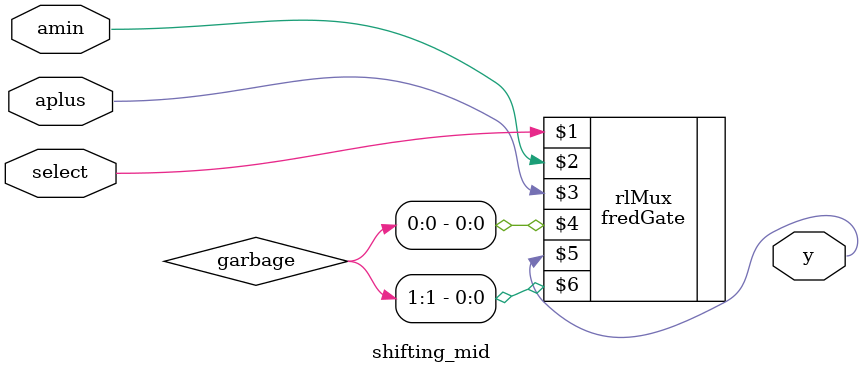
<source format=v>
`timescale 1ns / 1ps


module shifting_mid(
    input amin,
    input aplus,
    input select,
    output y
    );
    
    wire [1:0] garbage;
    
    fredGate rlMux(select,amin,aplus,garbage[0],y,garbage[1]);
    
endmodule

</source>
